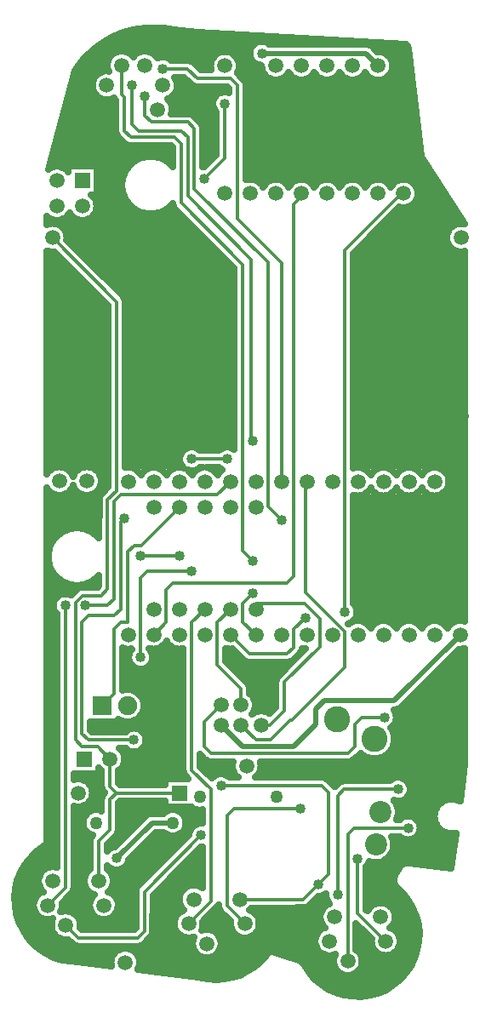
<source format=gbr>
G04 DipTrace 3.2.0.1*
G04 Top.gbr*
%MOIN*%
G04 #@! TF.FileFunction,Copper,L1,Top*
G04 #@! TF.Part,Single*
%AMOUTLINE0*
4,1,4,
-0.025131,0.033349,
0.033349,0.025131,
0.025131,-0.033349,
-0.033349,-0.025131,
-0.025131,0.033349,
0*%
G04 #@! TA.AperFunction,Conductor*
%ADD13C,0.012992*%
%ADD14C,0.02*%
G04 #@! TA.AperFunction,CopperBalancing*
%ADD15C,0.025*%
G04 #@! TA.AperFunction,ComponentPad*
%ADD18C,0.059055*%
%ADD19R,0.052X0.079*%
%ADD20C,0.102362*%
%ADD21C,0.086614*%
%ADD22C,0.090551*%
%ADD23R,0.059055X0.059055*%
%ADD24C,0.059055*%
%ADD25R,0.074803X0.074803*%
%ADD26C,0.074803*%
%ADD27C,0.05*%
%ADD28C,0.05*%
G04 #@! TA.AperFunction,ViaPad*
%ADD29C,0.04*%
G04 #@! TA.AperFunction,ComponentPad*
%ADD67OUTLINE0*%
%FSLAX26Y26*%
G04*
G70*
G90*
G75*
G01*
G04 Top*
%LPD*%
X583270Y3406000D2*
D13*
X834241Y3155029D1*
Y2415000D1*
X798729Y2379488D1*
Y2030961D1*
X772745Y2004977D1*
X701217D1*
X672745Y1976504D1*
Y1439000D1*
X698729Y1413016D1*
X759225D1*
X808241Y1364000D1*
X1316241Y815000D2*
X1565426D1*
X1623245Y872819D1*
X808241Y1364000D2*
Y1257984D1*
X834225Y1232000D1*
X808241Y1206016D1*
Y1088268D1*
X764241Y1044268D1*
Y887000D1*
X1258241Y3931083D2*
Y3716847D1*
X1178186Y3636792D1*
X834225Y1232000D2*
X1081241D1*
X1623245Y872819D2*
X1662733Y912307D1*
Y1234504D1*
X1636749Y1260488D1*
X1243217D1*
X2179241Y1851000D2*
D14*
X1920910Y1592669D1*
X1647910D1*
X1615241Y1560000D1*
Y1500008D1*
X1528233Y1413000D1*
X1327020D1*
X1242760Y1497260D1*
X1054241Y1115000D2*
X973721D1*
X834225Y975504D1*
X1858241Y4079000D2*
X1809225Y4128016D1*
X1402449D1*
X1279241Y1851000D2*
D13*
X1354241Y1776000D1*
X1502276D1*
X1528260Y1801984D1*
Y1872020D1*
X1573241Y1917000D1*
X1728256Y1939504D2*
Y3358016D1*
X1958241Y3588000D1*
Y3579000D1*
X979241Y1851000D2*
X1028256Y1900016D1*
Y2027024D1*
X1054241Y2053008D1*
X1502272D1*
X1528256Y2078992D1*
Y3537016D1*
X1558241Y3567000D1*
Y3579000D1*
X1079241Y2351000D2*
X929603Y2201362D1*
X902666D1*
X876682Y2175378D1*
Y1900016D1*
X850701D1*
X824717Y1874032D1*
Y1621477D1*
X776241Y1573000D1*
X1976166Y1094736D2*
X1765225D1*
X1739241Y1068752D1*
Y573000D1*
X1936678Y1246099D2*
X1725737D1*
X1699753Y1220114D1*
Y833292D1*
X1164241Y1066268D2*
X942764Y844792D1*
Y690303D1*
X916780Y664319D1*
X684922D1*
X635241Y714000D1*
X944241Y3958870D2*
Y3884795D1*
X970225Y3858811D1*
X1112713D1*
X1138697Y3832827D1*
Y3598563D1*
X1428256Y3309004D1*
Y2352973D1*
X1479241Y2301988D1*
X1179241Y1951000D2*
X1128256Y1900016D1*
Y1321292D1*
X1203729Y1245819D1*
Y807488D1*
X1116241Y720000D1*
X1554241Y1171177D2*
X1293209D1*
X1267225Y1145193D1*
Y789016D1*
X1336241Y720000D1*
X1128256Y2539504D2*
X1267745D1*
X928256Y1762500D2*
Y2074528D1*
X954241Y2100512D1*
X1128256D1*
X1778729Y975036D2*
Y760512D1*
X1888241Y651000D1*
X1015241Y4068000D2*
X1112379D1*
X1150568Y4029811D1*
X1281272D1*
X1307256Y4003827D1*
Y3479949D1*
X1479241Y3307965D1*
Y2451000D1*
X712233Y1965488D2*
X798729D1*
X824713Y1991473D1*
Y2374032D1*
X850697Y2400016D1*
X1228256D1*
X1279241Y2451000D1*
X633256Y1965488D2*
Y861016D1*
X564241Y792000D1*
X893729Y4003000D2*
Y3850795D1*
X919713Y3824811D1*
X1086729D1*
X1112713Y3798827D1*
Y3570528D1*
X1362241Y3321000D1*
Y2611000D1*
X1366241D1*
X1367745Y2013520D2*
X1328256Y1974032D1*
Y1901984D1*
X1379241Y1851000D1*
X1367745Y2140000D2*
X1328256Y2179488D1*
Y3300984D1*
X1086729Y3542512D1*
Y3772827D1*
X1060745Y3798811D1*
X890241D1*
X864256Y3824795D1*
Y3957803D1*
X854241Y3967819D1*
Y4081000D1*
X864201Y2306740D2*
X850697Y2293236D1*
Y1951986D1*
X824713Y1926000D1*
X724713D1*
X698729Y1900016D1*
Y1464984D1*
X724713Y1439000D1*
X902225D1*
X1079241Y2161874D2*
X928256D1*
X1883800Y1527433D2*
X1793327D1*
X1767343Y1501449D1*
Y1413000D1*
X1741359Y1387016D1*
X1203733D1*
X1177749Y1413000D1*
Y1510988D1*
X1242760Y1576000D1*
X1400241Y1497260D2*
X1435501D1*
X1491241Y1553000D1*
Y1667000D1*
X1629241Y1805000D1*
Y1915000D1*
X1569241Y1975000D1*
X1379241D1*
Y1951000D1*
X1279241D2*
X1228256Y1900016D1*
Y1732752D1*
X1321501Y1639508D1*
Y1576000D1*
X1579241Y2451000D2*
X1573241Y2457000D1*
Y2017000D1*
X1727241Y1863000D1*
Y1723000D1*
X1520068Y1515827D1*
X1514729D1*
X1437886Y1438984D1*
X1379776D1*
X1321501Y1497260D1*
D29*
X1573241Y1917000D3*
X1243217Y1260488D3*
X1623245Y872819D3*
X1178186Y3636792D3*
X1258241Y3931083D3*
X834225Y975504D3*
X1402449Y4128016D3*
X1728256Y1939504D3*
X1976166Y1094736D3*
X1699753Y833292D3*
X1936678Y1246099D3*
X1164241Y1066268D3*
X1479241Y2301988D3*
X944241Y3958870D3*
X1554241Y1171177D3*
X1267745Y2539504D3*
X1128256D3*
Y2100512D3*
X928256Y1762500D3*
X1778729Y975036D3*
X1015241Y4068000D3*
X712233Y1965488D3*
X633256D3*
X1366241Y2611000D3*
X893729Y4003000D3*
X1367745Y2013520D3*
Y2140000D3*
X902225Y1439000D3*
X864201Y2306740D3*
X1079241Y2161874D3*
X928256D3*
X1883800Y1527433D3*
X2079241Y3497000D3*
X1357241Y3995000D3*
X1161241Y3974000D3*
X2185241Y3315000D3*
X643241Y3210000D3*
X764241Y3367000D3*
X1081241Y1351000D3*
X1024241Y1522000D3*
X849915Y4203734D2*
D15*
X1252559D1*
X797631Y4178865D2*
X1688014D1*
X759594Y4153996D2*
X1361396D1*
X1837376D2*
X1972216D1*
X729846Y4129127D2*
X823061D1*
X885440D2*
X913059D1*
X975438D2*
X1230706D1*
X1285764D2*
X1353465D1*
X1885783D2*
X1976271D1*
X705301Y4104258D2*
X800777D1*
X1046847D2*
X1205730D1*
X1310739D2*
X1359960D1*
X1910759D2*
X1979178D1*
X684740Y4079390D2*
X795753D1*
X1150158D2*
X1199702D1*
X1316768D2*
X1399720D1*
X1916752D2*
X1982085D1*
X670135Y4054521D2*
X770742D1*
X1311134D2*
X1405354D1*
X1911154D2*
X1984991D1*
X663460Y4029652D2*
X743470D1*
X1067014D2*
X1101558D1*
X1330583D2*
X1429217D1*
X1487254D2*
X1529226D1*
X1587263D2*
X1629199D1*
X1687272D2*
X1729209D1*
X1787281D2*
X1829218D1*
X1887255D2*
X1987898D1*
X656822Y4004783D2*
X736724D1*
X1073724D2*
X1126570D1*
X1342748D2*
X1990804D1*
X650183Y3979915D2*
X741676D1*
X1068808D2*
X1271757D1*
X1342748D2*
X1993711D1*
X643545Y3955046D2*
X763781D1*
X1046704D2*
X1215885D1*
X1342748D2*
X1996618D1*
X636870Y3930177D2*
X828767D1*
X1049180D2*
X1209247D1*
X1342748D2*
X1999524D1*
X630232Y3905308D2*
X828767D1*
X1053701D2*
X1217034D1*
X1342748D2*
X2002431D1*
X623593Y3880440D2*
X828767D1*
X1140254D2*
X1222739D1*
X1342748D2*
X2005337D1*
X616955Y3855571D2*
X828767D1*
X1165085D2*
X1222739D1*
X1342748D2*
X2008244D1*
X610280Y3830702D2*
X828767D1*
X1174200D2*
X1222739D1*
X1342748D2*
X2011151D1*
X603641Y3805833D2*
X834759D1*
X1174200D2*
X1222739D1*
X1342748D2*
X2014057D1*
X597003Y3780965D2*
X858909D1*
X1174200D2*
X1222739D1*
X1342748D2*
X2016964D1*
X590364Y3756096D2*
X1051249D1*
X1174200D2*
X1222739D1*
X1342748D2*
X2019835D1*
X583690Y3731227D2*
X1051249D1*
X1174200D2*
X1222739D1*
X1342748D2*
X2022741D1*
X577051Y3706358D2*
X903226D1*
X1031237D2*
X1051249D1*
X1174200D2*
X1198589D1*
X1342748D2*
X2034942D1*
X624813Y3681489D2*
X641703D1*
X758769D2*
X876098D1*
X1342748D2*
X2050982D1*
X758769Y3656621D2*
X861314D1*
X1342748D2*
X2066987D1*
X758769Y3631752D2*
X853850D1*
X1379601D2*
X1436860D1*
X1479610D2*
X1536869D1*
X1579620D2*
X1636879D1*
X1679629D2*
X1736852D1*
X1779602D2*
X1836861D1*
X1879611D2*
X1936870D1*
X1979621D2*
X2083027D1*
X758769Y3606883D2*
X852235D1*
X2009333D2*
X2099067D1*
X758769Y3582014D2*
X856182D1*
X2016689D2*
X2115071D1*
X751736Y3557146D2*
X866373D1*
X2012347D2*
X2131112D1*
X758733Y3532277D2*
X885177D1*
X1991678D2*
X2147152D1*
X753996Y3507408D2*
X922963D1*
X1011537D2*
X1072672D1*
X1926799D2*
X2163156D1*
X632528Y3482539D2*
X667970D1*
X732502D2*
X1097539D1*
X1901931D2*
X2179196D1*
X607445Y3457671D2*
X1122407D1*
X1877064D2*
X2159245D1*
X634968Y3432802D2*
X1147275D1*
X1852196D2*
X2131614D1*
X641750Y3407933D2*
X1172143D1*
X1827328D2*
X2124760D1*
X655386Y3383064D2*
X1197010D1*
X1802460D2*
X2129640D1*
X680254Y3358195D2*
X1221878D1*
X1777593D2*
X2151458D1*
X563236Y3333327D2*
X606787D1*
X705122D2*
X1246746D1*
X1763741D2*
X2196241D1*
X563236Y3308458D2*
X631655D1*
X729990D2*
X1271614D1*
X1763741D2*
X2196241D1*
X563236Y3283589D2*
X656523D1*
X754857D2*
X1292749D1*
X1763741D2*
X2196241D1*
X563236Y3258720D2*
X681390D1*
X779725D2*
X1292749D1*
X1763741D2*
X2196241D1*
X563236Y3233852D2*
X706258D1*
X804593D2*
X1292749D1*
X1763741D2*
X2196241D1*
X563236Y3208983D2*
X731126D1*
X829461D2*
X1292749D1*
X1763741D2*
X2196241D1*
X563236Y3184114D2*
X755994D1*
X854328D2*
X1292749D1*
X1763741D2*
X2196241D1*
X563236Y3159245D2*
X780861D1*
X869472D2*
X1292749D1*
X1763741D2*
X2196241D1*
X563236Y3134377D2*
X798732D1*
X869723D2*
X1292749D1*
X1763741D2*
X2196241D1*
X563236Y3109508D2*
X798732D1*
X869723D2*
X1292749D1*
X1763741D2*
X2196241D1*
X563236Y3084639D2*
X798732D1*
X869723D2*
X1292749D1*
X1763741D2*
X2196241D1*
X563236Y3059770D2*
X798732D1*
X869723D2*
X1292749D1*
X1763741D2*
X2196241D1*
X563236Y3034902D2*
X798732D1*
X869723D2*
X1292749D1*
X1763741D2*
X2196241D1*
X563236Y3010033D2*
X798732D1*
X869723D2*
X1292749D1*
X1763741D2*
X2196241D1*
X563236Y2985164D2*
X798732D1*
X869723D2*
X1292749D1*
X1763741D2*
X2196241D1*
X563236Y2960295D2*
X798732D1*
X869723D2*
X1292749D1*
X1763741D2*
X2196241D1*
X563236Y2935426D2*
X798732D1*
X869723D2*
X1292749D1*
X1763741D2*
X2196241D1*
X563236Y2910558D2*
X798732D1*
X869723D2*
X1292749D1*
X1763741D2*
X2196241D1*
X563236Y2885689D2*
X798732D1*
X869723D2*
X1292749D1*
X1763741D2*
X2196241D1*
X563236Y2860820D2*
X798732D1*
X869723D2*
X1292749D1*
X1763741D2*
X2196241D1*
X563236Y2835951D2*
X798732D1*
X869723D2*
X1292749D1*
X1763741D2*
X2196241D1*
X563236Y2811083D2*
X798732D1*
X869723D2*
X1292749D1*
X1763741D2*
X2196241D1*
X563236Y2786214D2*
X798732D1*
X869723D2*
X1292749D1*
X1763741D2*
X2196241D1*
X563236Y2761345D2*
X798732D1*
X869723D2*
X1292749D1*
X1763741D2*
X2196241D1*
X563236Y2736476D2*
X798732D1*
X869723D2*
X1292749D1*
X1763741D2*
X2196241D1*
X563236Y2711608D2*
X798732D1*
X869723D2*
X1292749D1*
X1763741D2*
X2196241D1*
X563236Y2686739D2*
X798732D1*
X869723D2*
X1292749D1*
X1763741D2*
X2196241D1*
X563236Y2661870D2*
X798732D1*
X869723D2*
X1292749D1*
X1763741D2*
X2196241D1*
X563236Y2637001D2*
X798732D1*
X869723D2*
X1292749D1*
X1763741D2*
X2196241D1*
X563236Y2612132D2*
X798732D1*
X869723D2*
X1292749D1*
X1763741D2*
X2196241D1*
X563236Y2587264D2*
X798732D1*
X869723D2*
X1292749D1*
X1763741D2*
X2196241D1*
X563236Y2562395D2*
X798732D1*
X869723D2*
X1085267D1*
X1763741D2*
X2196241D1*
X563236Y2537526D2*
X798732D1*
X869723D2*
X1079310D1*
X1763741D2*
X2196241D1*
X563236Y2512657D2*
X798732D1*
X869723D2*
X1087779D1*
X1763741D2*
X2196241D1*
X656642Y2487789D2*
X670805D1*
X763649D2*
X798732D1*
X2123983D2*
X2196241D1*
X774881Y2462920D2*
X798732D1*
X2136470D2*
X2196241D1*
X773733Y2438051D2*
X798732D1*
X2136255D2*
X2196241D1*
X652157Y2413182D2*
X675326D1*
X759164D2*
X783266D1*
X2123086D2*
X2196241D1*
X563236Y2388314D2*
X764426D1*
X1763741D2*
X2196241D1*
X563236Y2363445D2*
X763242D1*
X1763741D2*
X2196241D1*
X563236Y2338576D2*
X763242D1*
X1763741D2*
X2196241D1*
X563236Y2313707D2*
X763242D1*
X1763741D2*
X2196241D1*
X563236Y2288839D2*
X763242D1*
X1763741D2*
X2196241D1*
X563236Y2263970D2*
X641487D1*
X717000D2*
X763242D1*
X1763741D2*
X2196241D1*
X563236Y2239101D2*
X599646D1*
X1763741D2*
X2196241D1*
X563236Y2214232D2*
X579731D1*
X1763741D2*
X2196241D1*
X1763741Y2189363D2*
X2196241D1*
X1763741Y2164495D2*
X2196241D1*
X1763741Y2139626D2*
X2196241D1*
X1763741Y2114757D2*
X2196241D1*
X563236Y2089888D2*
X586297D1*
X1763741D2*
X2196241D1*
X563236Y2065020D2*
X611739D1*
X746748D2*
X763242D1*
X1763741D2*
X2196241D1*
X563236Y2040151D2*
X758757D1*
X1763741D2*
X2196241D1*
X563236Y2015282D2*
X662372D1*
X1763741D2*
X2196241D1*
X563236Y1990413D2*
X591501D1*
X1763741D2*
X2196241D1*
X563236Y1965545D2*
X584252D1*
X1769268D2*
X2196241D1*
X563236Y1940676D2*
X591429D1*
X1777234D2*
X2196241D1*
X563236Y1915807D2*
X597744D1*
X1770775D2*
X2196241D1*
X563236Y1890938D2*
X597744D1*
X1821048D2*
X1837435D1*
X1921022D2*
X1937445D1*
X2021031D2*
X2037454D1*
X2121040D2*
X2137463D1*
X563236Y1866069D2*
X597744D1*
X563236Y1841201D2*
X597744D1*
X563236Y1816332D2*
X597744D1*
X563236Y1791463D2*
X597744D1*
X860213D2*
X889375D1*
X967148D2*
X1092767D1*
X1263767D2*
X1289627D1*
X2173826D2*
X2196241D1*
X563236Y1766594D2*
X597744D1*
X860213D2*
X879435D1*
X977088D2*
X1092767D1*
X1263767D2*
X1314495D1*
X2148958D2*
X2196241D1*
X563236Y1741726D2*
X597744D1*
X860213D2*
X884172D1*
X972351D2*
X1092767D1*
X1268432D2*
X1516810D1*
X2124090D2*
X2196241D1*
X563236Y1716857D2*
X597744D1*
X860213D2*
X916862D1*
X939625D2*
X1092767D1*
X1293300D2*
X1491942D1*
X2099223D2*
X2196241D1*
X563236Y1691988D2*
X597744D1*
X860213D2*
X1092767D1*
X1318167D2*
X1467075D1*
X2074355D2*
X2196241D1*
X563236Y1667119D2*
X597744D1*
X860213D2*
X1092767D1*
X1343035D2*
X1455735D1*
X2049487D2*
X2196241D1*
X563236Y1642251D2*
X597744D1*
X860213D2*
X1092767D1*
X1356886D2*
X1455735D1*
X2024619D2*
X2196241D1*
X563236Y1617382D2*
X597744D1*
X924733D2*
X1092767D1*
X1361767D2*
X1455735D1*
X1999752D2*
X2196241D1*
X563236Y1592513D2*
X597744D1*
X939589D2*
X1092767D1*
X1377556D2*
X1455735D1*
X1974884D2*
X2196241D1*
X563236Y1567644D2*
X597744D1*
X942424D2*
X1092767D1*
X1379386D2*
X1455735D1*
X1950016D2*
X2196241D1*
X563236Y1542776D2*
X597744D1*
X935032D2*
X1092767D1*
X1930208D2*
X2196241D1*
X563236Y1517907D2*
X597744D1*
X911133D2*
X1092767D1*
X1931823D2*
X2196241D1*
X563236Y1493038D2*
X597744D1*
X734224D2*
X1092767D1*
X1917577D2*
X2196241D1*
X563236Y1468169D2*
X597744D1*
X940953D2*
X1092767D1*
X1920376D2*
X2196241D1*
X563236Y1443300D2*
X597744D1*
X951036D2*
X1092767D1*
X1924502D2*
X2196241D1*
X563236Y1418432D2*
X597744D1*
X946443D2*
X1092767D1*
X1920412D2*
X2196241D1*
X563236Y1393563D2*
X597744D1*
X858347D2*
X889842D1*
X914614D2*
X1092767D1*
X1906525D2*
X2196241D1*
X563236Y1368694D2*
X597744D1*
X866565D2*
X1092767D1*
X1772210D2*
X1820032D1*
X1868595D2*
X2196241D1*
X563236Y1343825D2*
X597744D1*
X863012D2*
X1092767D1*
X1163758D2*
X1285034D1*
X1401455D2*
X2196241D1*
X563236Y1318957D2*
X597744D1*
X844066D2*
X1092838D1*
X1179762D2*
X1288048D1*
X1398440D2*
X2192940D1*
X563236Y1294088D2*
X597744D1*
X668735D2*
X772752D1*
X843743D2*
X1106295D1*
X1277869D2*
X1305955D1*
X1380534D2*
X2189639D1*
X563236Y1269219D2*
X597744D1*
X727980D2*
X772752D1*
X846183D2*
X1022721D1*
X1677189D2*
X1699676D1*
X1979513D2*
X2186301D1*
X563236Y1244350D2*
X597744D1*
X740755D2*
X775694D1*
X1985649D2*
X2183000D1*
X563236Y1219482D2*
X597744D1*
X740719D2*
X775622D1*
X1977324D2*
X2179663D1*
X563236Y1194613D2*
X597744D1*
X727837D2*
X772752D1*
X846003D2*
X1022721D1*
X1928342D2*
X2103552D1*
X563236Y1169744D2*
X597744D1*
X668735D2*
X772752D1*
X843743D2*
X1134105D1*
X1937816D2*
X2082811D1*
X563236Y1144875D2*
X597744D1*
X668735D2*
X709775D1*
X843743D2*
X950235D1*
X1098700D2*
X1168231D1*
X1937636D2*
X2076137D1*
X563236Y1120007D2*
X597744D1*
X668735D2*
X700481D1*
X843743D2*
X924613D1*
X1107994D2*
X1168231D1*
X2017694D2*
X2078972D1*
X563236Y1095138D2*
X597744D1*
X668735D2*
X704213D1*
X843743D2*
X899746D1*
X1104262D2*
X1125278D1*
X2025158D2*
X2092967D1*
X563236Y1070269D2*
X597744D1*
X668735D2*
X726210D1*
X838396D2*
X874878D1*
X983117D2*
X1026202D1*
X1082265D2*
X1115410D1*
X2018196D2*
X2159783D1*
X563236Y1045400D2*
X597744D1*
X668735D2*
X728758D1*
X814533D2*
X850010D1*
X958249D2*
X1094202D1*
X1919586D2*
X2156482D1*
X546980Y1020531D2*
X597744D1*
X668735D2*
X728758D1*
X799749D2*
X820119D1*
X933381D2*
X1069334D1*
X1921022D2*
X2153144D1*
X515941Y995663D2*
X597744D1*
X668735D2*
X728758D1*
X908514D2*
X1044467D1*
X1142801D2*
X1168231D1*
X1913055D2*
X2149843D1*
X492616Y970794D2*
X597744D1*
X668735D2*
X728758D1*
X883646D2*
X1019599D1*
X1117934D2*
X1168231D1*
X1890269D2*
X2146506D1*
X474638Y945925D2*
X597744D1*
X668735D2*
X728758D1*
X872593D2*
X994731D1*
X1093066D2*
X1168231D1*
X1817496D2*
X1943509D1*
X2075431D2*
X2143205D1*
X460894Y921056D2*
X537244D1*
X668735D2*
X717239D1*
X811231D2*
X969863D1*
X1068198D2*
X1168231D1*
X1814230D2*
X1928115D1*
X451026Y896188D2*
X526478D1*
X668735D2*
X706473D1*
X821997D2*
X944996D1*
X1043330D2*
X1168231D1*
X1814230D2*
X1917708D1*
X443993Y871319D2*
X527950D1*
X668735D2*
X707945D1*
X820526D2*
X920128D1*
X1018463D2*
X1168231D1*
X1814230D2*
X1922373D1*
X439471Y846450D2*
X543093D1*
X665362D2*
X723088D1*
X805418D2*
X907317D1*
X993595D2*
X1087384D1*
X1814230D2*
X1945483D1*
X437282Y821581D2*
X514170D1*
X642971D2*
X734176D1*
X834305D2*
X907281D1*
X978272D2*
X1078090D1*
X1621173D2*
X1652237D1*
X1814230D2*
X1967300D1*
X438179Y796713D2*
X505917D1*
X622552D2*
X725923D1*
X842558D2*
X907281D1*
X978272D2*
X1080781D1*
X1596306D2*
X1661926D1*
X1814230D2*
X1841921D1*
X1894575D2*
X1983915D1*
X441660Y771844D2*
X509469D1*
X619000D2*
X729475D1*
X839006D2*
X907281D1*
X978272D2*
X1092480D1*
X1217261D2*
X1236555D1*
X1359972D2*
X1636017D1*
X1920448D2*
X1996653D1*
X447509Y746975D2*
X528380D1*
X683053D2*
X748386D1*
X820095D2*
X907281D1*
X978272D2*
X1064634D1*
X1192393D2*
X1260095D1*
X1387854D2*
X1629738D1*
X1926763D2*
X2006235D1*
X456050Y722106D2*
X577290D1*
X693173D2*
X907281D1*
X978272D2*
X1057744D1*
X1174738D2*
X1277750D1*
X1394744D2*
X1635049D1*
X1921416D2*
X2012299D1*
X467820Y697237D2*
X579264D1*
X978272D2*
X1062552D1*
X1199104D2*
X1282558D1*
X1389936D2*
X1634116D1*
X1774722D2*
X1792831D1*
X1922385D2*
X2015600D1*
X483824Y672369D2*
X595232D1*
X972962D2*
X1084226D1*
X1236818D2*
X1304232D1*
X1368226D2*
X1613949D1*
X1774722D2*
X1817699D1*
X1942516D2*
X2016641D1*
X504493Y647500D2*
X652575D1*
X949134D2*
X1128974D1*
X1245502D2*
X1609822D1*
X1774722D2*
X1829828D1*
X1946643D2*
X2015421D1*
X531586Y622631D2*
X852953D1*
X883251D2*
X1132168D1*
X1242308D2*
X1617429D1*
X1774722D2*
X1837435D1*
X1939071D2*
X2010864D1*
X571525Y597762D2*
X818109D1*
X918095D2*
X1150361D1*
X1224115D2*
X1421071D1*
X1487971D2*
X1648290D1*
X1791982D2*
X1868296D1*
X1908211D2*
X2003615D1*
X651296Y572894D2*
X809784D1*
X926420D2*
X1397711D1*
X1560816D2*
X1680729D1*
X1797760D2*
X1993532D1*
X922939Y548025D2*
X1368034D1*
X1577179D2*
X1686578D1*
X1791910D2*
X1980147D1*
X1051763Y523156D2*
X1323717D1*
X1594978D2*
X1711159D1*
X1767330D2*
X1962492D1*
X1618518Y498287D2*
X1938988D1*
X1650957Y473419D2*
X1906297D1*
X1701303Y448550D2*
X1856705D1*
X823900Y3954885D2*
X816682Y3951237D1*
X808320Y3948521D1*
X799637Y3947145D1*
X790845D1*
X782161Y3948521D1*
X773800Y3951237D1*
X765966Y3955229D1*
X758854Y3960396D1*
X752637Y3966613D1*
X747469Y3973726D1*
X743478Y3981559D1*
X740761Y3989921D1*
X739386Y3998604D1*
Y4007396D1*
X740761Y4016080D1*
X743478Y4024441D1*
X747469Y4032274D1*
X752637Y4039387D1*
X758854Y4045604D1*
X765966Y4050772D1*
X773800Y4054763D1*
X782161Y4057480D1*
X790845Y4058855D1*
X799637D1*
X802930Y4058465D1*
X800955Y4063687D1*
X798903Y4072236D1*
X798213Y4081000D1*
X798903Y4089765D1*
X800955Y4098314D1*
X804320Y4106436D1*
X808913Y4113932D1*
X814623Y4120618D1*
X821309Y4126327D1*
X828805Y4130921D1*
X836927Y4134286D1*
X845476Y4136338D1*
X854241Y4137028D1*
X863005Y4136338D1*
X871554Y4134286D1*
X879677Y4130921D1*
X887173Y4126327D1*
X893858Y4120618D1*
X899238Y4114351D1*
X904623Y4120618D1*
X911309Y4126327D1*
X918805Y4130921D1*
X926927Y4134286D1*
X935476Y4136338D1*
X944241Y4137028D1*
X953005Y4136338D1*
X961554Y4134286D1*
X969677Y4130921D1*
X977173Y4126327D1*
X983858Y4120618D1*
X989568Y4113932D1*
X992860Y4108760D1*
X997446Y4110961D1*
X1004386Y4113215D1*
X1011592Y4114357D1*
X1018889D1*
X1026096Y4113215D1*
X1033036Y4110961D1*
X1039537Y4107648D1*
X1045440Y4103359D1*
X1048006Y4100987D1*
X1114967Y4100895D1*
X1120081Y4100085D1*
X1125006Y4098485D1*
X1129619Y4096134D1*
X1133808Y4093091D1*
X1164256Y4062786D1*
X1204573Y4062807D1*
X1202903Y4070236D1*
X1202213Y4079000D1*
X1202903Y4087765D1*
X1204955Y4096314D1*
X1208320Y4104436D1*
X1212913Y4111932D1*
X1218623Y4118618D1*
X1225309Y4124327D1*
X1232805Y4128921D1*
X1240927Y4132286D1*
X1249476Y4134338D1*
X1258241Y4135028D1*
X1267005Y4134338D1*
X1275554Y4132286D1*
X1283677Y4128921D1*
X1291173Y4124327D1*
X1297858Y4118618D1*
X1303568Y4111932D1*
X1308162Y4104436D1*
X1311526Y4096314D1*
X1313579Y4087765D1*
X1314268Y4079000D1*
X1313579Y4070236D1*
X1311526Y4061687D1*
X1308162Y4053564D1*
X1306726Y4051000D1*
X1332347Y4025256D1*
X1335390Y4021067D1*
X1337741Y4016454D1*
X1339341Y4011530D1*
X1340151Y4006416D1*
X1340253Y3939522D1*
Y3632031D1*
X1345161Y3633480D1*
X1353845Y3634855D1*
X1362637D1*
X1371320Y3633480D1*
X1379682Y3630763D1*
X1387515Y3626772D1*
X1394628Y3621604D1*
X1400844Y3615387D1*
X1406012Y3608274D1*
X1408320Y3604436D1*
X1412913Y3611932D1*
X1418623Y3618618D1*
X1425309Y3624327D1*
X1432805Y3628921D1*
X1440927Y3632286D1*
X1449476Y3634338D1*
X1458241Y3635028D1*
X1467005Y3634338D1*
X1475554Y3632286D1*
X1483677Y3628921D1*
X1491173Y3624327D1*
X1497858Y3618618D1*
X1503568Y3611932D1*
X1508241Y3604264D1*
X1512913Y3611932D1*
X1518623Y3618618D1*
X1525309Y3624327D1*
X1532805Y3628921D1*
X1540927Y3632286D1*
X1549476Y3634338D1*
X1558241Y3635028D1*
X1567005Y3634338D1*
X1575554Y3632286D1*
X1583677Y3628921D1*
X1591173Y3624327D1*
X1597858Y3618618D1*
X1603568Y3611932D1*
X1608241Y3604264D1*
X1612913Y3611932D1*
X1618623Y3618618D1*
X1625309Y3624327D1*
X1632805Y3628921D1*
X1640927Y3632286D1*
X1649476Y3634338D1*
X1658241Y3635028D1*
X1667005Y3634338D1*
X1675554Y3632286D1*
X1683677Y3628921D1*
X1691173Y3624327D1*
X1697858Y3618618D1*
X1703568Y3611932D1*
X1708241Y3604264D1*
X1712913Y3611932D1*
X1718623Y3618618D1*
X1725309Y3624327D1*
X1732805Y3628921D1*
X1740927Y3632286D1*
X1749476Y3634338D1*
X1758241Y3635028D1*
X1767005Y3634338D1*
X1775554Y3632286D1*
X1783677Y3628921D1*
X1791173Y3624327D1*
X1797858Y3618618D1*
X1803568Y3611932D1*
X1808241Y3604264D1*
X1812913Y3611932D1*
X1818623Y3618618D1*
X1825309Y3624327D1*
X1832805Y3628921D1*
X1840927Y3632286D1*
X1849476Y3634338D1*
X1858241Y3635028D1*
X1867005Y3634338D1*
X1875554Y3632286D1*
X1883677Y3628921D1*
X1891173Y3624327D1*
X1897858Y3618618D1*
X1903568Y3611932D1*
X1908241Y3604264D1*
X1912913Y3611932D1*
X1918623Y3618618D1*
X1925309Y3624327D1*
X1932805Y3628921D1*
X1940927Y3632286D1*
X1949476Y3634338D1*
X1958241Y3635028D1*
X1967005Y3634338D1*
X1975554Y3632286D1*
X1983677Y3628921D1*
X1991173Y3624327D1*
X1997858Y3618618D1*
X2003568Y3611932D1*
X2008162Y3604436D1*
X2011526Y3596314D1*
X2013579Y3587765D1*
X2014268Y3579000D1*
X2013579Y3570236D1*
X2011526Y3561687D1*
X2008162Y3553564D1*
X2003568Y3546068D1*
X1997858Y3539383D1*
X1991173Y3533673D1*
X1983677Y3529079D1*
X1975554Y3525715D1*
X1967005Y3523662D1*
X1958241Y3522973D1*
X1949476Y3523662D1*
X1942234Y3525346D1*
X1761250Y3344346D1*
X1761253Y2504080D1*
X1770476Y2506338D1*
X1779241Y2507028D1*
X1788005Y2506338D1*
X1796554Y2504286D1*
X1804677Y2500921D1*
X1812173Y2496327D1*
X1818858Y2490618D1*
X1824568Y2483932D1*
X1829241Y2476264D1*
X1833913Y2483932D1*
X1839623Y2490618D1*
X1846309Y2496327D1*
X1853805Y2500921D1*
X1861927Y2504286D1*
X1870476Y2506338D1*
X1879241Y2507028D1*
X1888005Y2506338D1*
X1896554Y2504286D1*
X1904677Y2500921D1*
X1912173Y2496327D1*
X1918858Y2490618D1*
X1924568Y2483932D1*
X1929241Y2476264D1*
X1933913Y2483932D1*
X1939623Y2490618D1*
X1946309Y2496327D1*
X1953805Y2500921D1*
X1961927Y2504286D1*
X1970476Y2506338D1*
X1979241Y2507028D1*
X1988005Y2506338D1*
X1996554Y2504286D1*
X2004677Y2500921D1*
X2012173Y2496327D1*
X2018858Y2490618D1*
X2024568Y2483932D1*
X2029241Y2476264D1*
X2033913Y2483932D1*
X2039623Y2490618D1*
X2046309Y2496327D1*
X2053805Y2500921D1*
X2061927Y2504286D1*
X2070476Y2506338D1*
X2079241Y2507028D1*
X2088005Y2506338D1*
X2096554Y2504286D1*
X2104677Y2500921D1*
X2112173Y2496327D1*
X2118858Y2490618D1*
X2124568Y2483932D1*
X2129162Y2476436D1*
X2132526Y2468314D1*
X2134579Y2459765D1*
X2135268Y2451000D1*
X2134579Y2442236D1*
X2132526Y2433687D1*
X2129162Y2425564D1*
X2124568Y2418068D1*
X2118858Y2411383D1*
X2112173Y2405673D1*
X2104677Y2401079D1*
X2096554Y2397715D1*
X2088005Y2395662D1*
X2079241Y2394973D1*
X2070476Y2395662D1*
X2061927Y2397715D1*
X2053805Y2401079D1*
X2046309Y2405673D1*
X2039623Y2411383D1*
X2033913Y2418068D1*
X2029241Y2425736D1*
X2024568Y2418068D1*
X2018858Y2411383D1*
X2012173Y2405673D1*
X2004677Y2401079D1*
X1996554Y2397715D1*
X1988005Y2395662D1*
X1979241Y2394973D1*
X1970476Y2395662D1*
X1961927Y2397715D1*
X1953805Y2401079D1*
X1946309Y2405673D1*
X1939623Y2411383D1*
X1933913Y2418068D1*
X1929241Y2425736D1*
X1924568Y2418068D1*
X1918858Y2411383D1*
X1912173Y2405673D1*
X1904677Y2401079D1*
X1896554Y2397715D1*
X1888005Y2395662D1*
X1879241Y2394973D1*
X1870476Y2395662D1*
X1861927Y2397715D1*
X1853805Y2401079D1*
X1846309Y2405673D1*
X1839623Y2411383D1*
X1833913Y2418068D1*
X1829241Y2425736D1*
X1824568Y2418068D1*
X1818858Y2411383D1*
X1812173Y2405673D1*
X1804677Y2401079D1*
X1796554Y2397715D1*
X1788005Y2395662D1*
X1779241Y2394973D1*
X1770476Y2395662D1*
X1761927Y2397715D1*
X1761266Y2397959D1*
X1761253Y1972276D1*
X1765876Y1966836D1*
X1769688Y1960615D1*
X1772481Y1953873D1*
X1774184Y1946778D1*
X1774756Y1939504D1*
X1774184Y1932230D1*
X1772481Y1925135D1*
X1769688Y1918394D1*
X1765876Y1912172D1*
X1761137Y1906624D1*
X1755102Y1901560D1*
X1761927Y1904286D1*
X1770476Y1906338D1*
X1779241Y1907028D1*
X1788005Y1906338D1*
X1796554Y1904286D1*
X1804677Y1900921D1*
X1812173Y1896327D1*
X1818858Y1890618D1*
X1824568Y1883932D1*
X1829241Y1876264D1*
X1833913Y1883932D1*
X1839623Y1890618D1*
X1846309Y1896327D1*
X1853805Y1900921D1*
X1861927Y1904286D1*
X1870476Y1906338D1*
X1879241Y1907028D1*
X1888005Y1906338D1*
X1896554Y1904286D1*
X1904677Y1900921D1*
X1912173Y1896327D1*
X1918858Y1890618D1*
X1924568Y1883932D1*
X1929241Y1876264D1*
X1933913Y1883932D1*
X1939623Y1890618D1*
X1946309Y1896327D1*
X1953805Y1900921D1*
X1961927Y1904286D1*
X1970476Y1906338D1*
X1979241Y1907028D1*
X1988005Y1906338D1*
X1996554Y1904286D1*
X2004677Y1900921D1*
X2012173Y1896327D1*
X2018858Y1890618D1*
X2024568Y1883932D1*
X2029241Y1876264D1*
X2033913Y1883932D1*
X2039623Y1890618D1*
X2046309Y1896327D1*
X2053805Y1900921D1*
X2061927Y1904286D1*
X2070476Y1906338D1*
X2079241Y1907028D1*
X2088005Y1906338D1*
X2096554Y1904286D1*
X2104677Y1900921D1*
X2112173Y1896327D1*
X2118858Y1890618D1*
X2124568Y1883932D1*
X2129241Y1876264D1*
X2133913Y1883932D1*
X2139623Y1890618D1*
X2146309Y1896327D1*
X2153805Y1900921D1*
X2161927Y1904286D1*
X2170476Y1906338D1*
X2179241Y1907028D1*
X2188005Y1906338D1*
X2196554Y1904286D1*
X2198731Y1903483D1*
X2198741Y3352108D1*
X2192034Y3350599D1*
X2183270Y3349910D1*
X2174505Y3350599D1*
X2165956Y3352652D1*
X2157834Y3356016D1*
X2150337Y3360610D1*
X2143652Y3366320D1*
X2137942Y3373005D1*
X2133349Y3380501D1*
X2129984Y3388624D1*
X2127932Y3397173D1*
X2127242Y3405937D1*
X2127932Y3414702D1*
X2129984Y3423251D1*
X2133349Y3431373D1*
X2137942Y3438869D1*
X2143652Y3445555D1*
X2150337Y3451264D1*
X2157834Y3455858D1*
X2165956Y3459223D1*
X2174505Y3461275D1*
X2183270Y3461965D1*
X2192034Y3461275D1*
X2195757Y3460710D1*
X2026747Y3723252D1*
X2025885Y3726065D1*
X1976621Y4146552D1*
X1975530Y4151740D1*
X1973908Y4155481D1*
X1971619Y4158857D1*
X1968742Y4161747D1*
X1967052Y4163072D1*
X1152062Y4209616D1*
X1057962Y4220842D1*
X1021152Y4226500D1*
X986757Y4228589D1*
X952289Y4227509D1*
X918066Y4223266D1*
X884378Y4215895D1*
X851510Y4205459D1*
X819741Y4192046D1*
X789339Y4175770D1*
X760561Y4156768D1*
X733652Y4135202D1*
X708840Y4111254D1*
X686333Y4085126D1*
X669481Y4061474D1*
X566005Y3674374D1*
X570966Y3677772D1*
X578800Y3681763D1*
X587161Y3684480D1*
X595845Y3685855D1*
X604637D1*
X613320Y3684480D1*
X621682Y3681763D1*
X629515Y3677772D1*
X636628Y3672604D1*
X642844Y3666387D1*
X644217Y3664646D1*
X644213Y3686028D1*
X756268D1*
Y3573973D1*
X734989D1*
X739858Y3569618D1*
X745568Y3562932D1*
X750162Y3555436D1*
X753526Y3547314D1*
X755579Y3538765D1*
X756268Y3530000D1*
X755579Y3521236D1*
X753526Y3512687D1*
X750162Y3504564D1*
X745568Y3497068D1*
X739858Y3490383D1*
X733173Y3484673D1*
X725677Y3480079D1*
X717554Y3476715D1*
X709005Y3474662D1*
X700241Y3473973D1*
X691476Y3474662D1*
X682927Y3476715D1*
X674805Y3480079D1*
X667309Y3484673D1*
X660623Y3490383D1*
X654913Y3497068D1*
X650241Y3504736D1*
X645568Y3497068D1*
X639858Y3490383D1*
X633173Y3484673D1*
X625677Y3480079D1*
X617554Y3476715D1*
X609005Y3474662D1*
X600241Y3473973D1*
X591476Y3474662D1*
X582927Y3476715D1*
X574805Y3480079D1*
X567309Y3484673D1*
X560737Y3490278D1*
X560741Y3457273D1*
X565956Y3459286D1*
X574505Y3461338D1*
X583270Y3462028D1*
X592034Y3461338D1*
X600583Y3459286D1*
X608706Y3455921D1*
X616202Y3451327D1*
X622887Y3445618D1*
X628597Y3438932D1*
X633191Y3431436D1*
X636555Y3423314D1*
X638607Y3414765D1*
X639297Y3406000D1*
X638617Y3397321D1*
X859331Y3176458D1*
X862375Y3172269D1*
X864725Y3167656D1*
X866325Y3162732D1*
X867135Y3157618D1*
X867237Y3090725D1*
Y2505705D1*
X874845Y2506855D1*
X883637D1*
X892320Y2505480D1*
X900682Y2502763D1*
X908515Y2498772D1*
X915628Y2493604D1*
X921844Y2487387D1*
X927012Y2480274D1*
X929320Y2476436D1*
X933913Y2483932D1*
X939623Y2490618D1*
X946309Y2496327D1*
X953805Y2500921D1*
X961927Y2504286D1*
X970476Y2506338D1*
X979241Y2507028D1*
X988005Y2506338D1*
X996554Y2504286D1*
X1004677Y2500921D1*
X1012173Y2496327D1*
X1018858Y2490618D1*
X1024568Y2483932D1*
X1029241Y2476264D1*
X1033913Y2483932D1*
X1039623Y2490618D1*
X1046309Y2496327D1*
X1053805Y2500921D1*
X1061927Y2504286D1*
X1070476Y2506338D1*
X1079241Y2507028D1*
X1088005Y2506338D1*
X1096554Y2504286D1*
X1098956Y2503399D1*
X1095376Y2506624D1*
X1090637Y2512172D1*
X1086825Y2518394D1*
X1084032Y2525135D1*
X1082329Y2532230D1*
X1081756Y2539504D1*
X1082329Y2546778D1*
X1084032Y2553873D1*
X1086825Y2560615D1*
X1090637Y2566836D1*
X1095376Y2572385D1*
X1100924Y2577123D1*
X1107146Y2580936D1*
X1113887Y2583728D1*
X1120982Y2585432D1*
X1128256Y2586004D1*
X1135531Y2585432D1*
X1142626Y2583728D1*
X1149367Y2580936D1*
X1155589Y2577123D1*
X1161022Y2572491D1*
X1235012Y2572500D1*
X1240413Y2577123D1*
X1246634Y2580936D1*
X1253375Y2583728D1*
X1260470Y2585432D1*
X1267745Y2586004D1*
X1275019Y2585432D1*
X1282114Y2583728D1*
X1288855Y2580936D1*
X1295267Y2576973D1*
X1295260Y3287341D1*
X1061639Y3521083D1*
X1058595Y3525272D1*
X1056245Y3529885D1*
X1054645Y3534809D1*
X1053834Y3539933D1*
X1046883Y3532358D1*
X1040389Y3526355D1*
X1033444Y3520880D1*
X1026090Y3515966D1*
X1018374Y3511645D1*
X1010343Y3507942D1*
X1002046Y3504882D1*
X993534Y3502481D1*
X984860Y3500756D1*
X976078Y3499716D1*
X967241Y3499369D1*
X958404Y3499716D1*
X949621Y3500756D1*
X940948Y3502481D1*
X932436Y3504882D1*
X924139Y3507942D1*
X916107Y3511645D1*
X908391Y3515966D1*
X901038Y3520880D1*
X894093Y3526355D1*
X887598Y3532358D1*
X881595Y3538852D1*
X876120Y3545797D1*
X871207Y3553151D1*
X866886Y3560867D1*
X863183Y3568898D1*
X860122Y3577195D1*
X857722Y3585707D1*
X855996Y3594381D1*
X854957Y3603163D1*
X854610Y3612000D1*
X854957Y3620837D1*
X855996Y3629620D1*
X857722Y3638293D1*
X860122Y3646805D1*
X863183Y3655102D1*
X866886Y3663134D1*
X871207Y3670850D1*
X876120Y3678203D1*
X881595Y3685148D1*
X887598Y3691642D1*
X894093Y3697646D1*
X901038Y3703121D1*
X908391Y3708034D1*
X916107Y3712355D1*
X924139Y3716058D1*
X932436Y3719119D1*
X940948Y3721519D1*
X949621Y3723245D1*
X958404Y3724284D1*
X967241Y3724631D1*
X976078Y3724284D1*
X984860Y3723245D1*
X993534Y3721519D1*
X1002046Y3719119D1*
X1010343Y3716058D1*
X1018374Y3712355D1*
X1026090Y3708034D1*
X1033444Y3703121D1*
X1040389Y3697646D1*
X1046883Y3691642D1*
X1053720Y3684090D1*
X1053733Y3759145D1*
X1047082Y3765811D1*
X887652Y3765917D1*
X882538Y3766727D1*
X877614Y3768327D1*
X873000Y3770677D1*
X868811Y3773721D1*
X840925Y3801464D1*
X837562Y3805401D1*
X834857Y3809816D1*
X832875Y3814599D1*
X831667Y3819634D1*
X831260Y3824795D1*
Y3944110D1*
X827546Y3948424D1*
X824837Y3952848D1*
X1071096Y3998604D2*
X1069720Y3989921D1*
X1067003Y3981559D1*
X1063012Y3973726D1*
X1057844Y3966613D1*
X1051628Y3960396D1*
X1044515Y3955229D1*
X1036682Y3951237D1*
X1032603Y3949733D1*
X1037844Y3944387D1*
X1043012Y3937274D1*
X1047003Y3929441D1*
X1049720Y3921080D1*
X1051096Y3912396D1*
Y3903604D1*
X1049720Y3894921D1*
X1048839Y3891795D1*
X1115302Y3891706D1*
X1120416Y3890896D1*
X1125340Y3889296D1*
X1129954Y3886945D1*
X1134143Y3883902D1*
X1162029Y3856159D1*
X1165392Y3852222D1*
X1168097Y3847807D1*
X1170079Y3843023D1*
X1171287Y3837989D1*
X1171694Y3832827D1*
Y3682867D1*
X1178029Y3683285D1*
X1225267Y3730536D1*
X1225245Y3898313D1*
X1220621Y3903751D1*
X1216809Y3909972D1*
X1214017Y3916714D1*
X1212313Y3923809D1*
X1211741Y3931083D1*
X1212313Y3938357D1*
X1214017Y3945452D1*
X1216809Y3952193D1*
X1220621Y3958415D1*
X1225360Y3963963D1*
X1230909Y3968702D1*
X1237130Y3972515D1*
X1243871Y3975307D1*
X1250967Y3977010D1*
X1258241Y3977583D1*
X1265515Y3977010D1*
X1272610Y3975307D1*
X1274256Y3974700D1*
X1274260Y3990186D1*
X1267609Y3996811D1*
X1147979Y3996917D1*
X1142865Y3997727D1*
X1137940Y3999327D1*
X1133327Y4001677D1*
X1129138Y4004721D1*
X1098690Y4035025D1*
X1061244Y4035004D1*
X1065162Y4028436D1*
X1068526Y4020314D1*
X1070579Y4011765D1*
X1071268Y4003000D1*
X1071096Y3998604D1*
X1921753Y1437165D2*
X1921036Y1431108D1*
X1919846Y1425126D1*
X1918191Y1419255D1*
X1916080Y1413533D1*
X1913526Y1407994D1*
X1910546Y1402672D1*
X1907157Y1397600D1*
X1903381Y1392810D1*
X1899240Y1388331D1*
X1894761Y1384191D1*
X1889971Y1380415D1*
X1884900Y1377026D1*
X1879578Y1374046D1*
X1874039Y1371492D1*
X1868316Y1369381D1*
X1862446Y1367725D1*
X1856464Y1366535D1*
X1850406Y1365818D1*
X1844312Y1365579D1*
X1838217Y1365818D1*
X1832160Y1366535D1*
X1826177Y1367725D1*
X1820307Y1369381D1*
X1814584Y1371492D1*
X1809045Y1374046D1*
X1803723Y1377026D1*
X1798652Y1380415D1*
X1793862Y1384191D1*
X1789367Y1388349D1*
X1762788Y1361926D1*
X1758599Y1358882D1*
X1753986Y1356532D1*
X1749062Y1354932D1*
X1743948Y1354122D1*
X1677054Y1354020D1*
X1396907D1*
X1398579Y1346765D1*
X1399268Y1338000D1*
X1398579Y1329236D1*
X1396526Y1320687D1*
X1393162Y1312564D1*
X1388568Y1305068D1*
X1382858Y1298383D1*
X1377212Y1293492D1*
X1639337Y1293383D1*
X1644451Y1292573D1*
X1649376Y1290973D1*
X1653989Y1288622D1*
X1658178Y1285579D1*
X1686065Y1257836D1*
X1687830Y1255925D1*
X1689412Y1256438D1*
X1704308Y1271189D1*
X1708496Y1274232D1*
X1713110Y1276583D1*
X1718034Y1278183D1*
X1723148Y1278993D1*
X1790041Y1279095D1*
X1903902D1*
X1909346Y1283718D1*
X1915567Y1287530D1*
X1922308Y1290323D1*
X1929404Y1292026D1*
X1936678Y1292599D1*
X1943952Y1292026D1*
X1951047Y1290323D1*
X1957788Y1287530D1*
X1964010Y1283718D1*
X1969558Y1278979D1*
X1974297Y1273431D1*
X1978110Y1267209D1*
X1980902Y1260468D1*
X1982605Y1253373D1*
X1983178Y1246099D1*
X1982605Y1238824D1*
X1980902Y1231729D1*
X1978110Y1224988D1*
X1974297Y1218767D1*
X1969558Y1213218D1*
X1964010Y1208479D1*
X1957788Y1204667D1*
X1951047Y1201874D1*
X1943952Y1200171D1*
X1936678Y1199599D1*
X1929404Y1200171D1*
X1922308Y1201874D1*
X1919913Y1202758D1*
X1926066Y1194238D1*
X1931039Y1184478D1*
X1934424Y1174060D1*
X1936137Y1163241D1*
Y1152287D1*
X1934424Y1141468D1*
X1931039Y1131050D1*
X1929506Y1127725D1*
X1943390Y1127732D1*
X1948834Y1132356D1*
X1955055Y1136168D1*
X1961797Y1138961D1*
X1968892Y1140664D1*
X1976166Y1141236D1*
X1983440Y1140664D1*
X1990535Y1138961D1*
X1997276Y1136168D1*
X2003498Y1132356D1*
X2009046Y1127617D1*
X2013785Y1122068D1*
X2017598Y1115847D1*
X2020390Y1109106D1*
X2022093Y1102011D1*
X2022666Y1094736D1*
X2022093Y1087462D1*
X2020390Y1080367D1*
X2017598Y1073626D1*
X2013785Y1067404D1*
X2009046Y1061856D1*
X2003498Y1057117D1*
X1997276Y1053305D1*
X1990535Y1050512D1*
X1983440Y1048809D1*
X1976166Y1048236D1*
X1968892Y1048809D1*
X1961797Y1050512D1*
X1955055Y1053305D1*
X1948834Y1057117D1*
X1943401Y1061749D1*
X1910893Y1061740D1*
X1913734Y1055714D1*
X1917119Y1045296D1*
X1918833Y1034477D1*
Y1023523D1*
X1917119Y1012704D1*
X1913734Y1002286D1*
X1908761Y992526D1*
X1902322Y983664D1*
X1894577Y975918D1*
X1885715Y969480D1*
X1875955Y964507D1*
X1865537Y961122D1*
X1854718Y959408D1*
X1843764D1*
X1832945Y961122D1*
X1823913Y963995D1*
X1821689Y957241D1*
X1818377Y950739D1*
X1814088Y944836D1*
X1811716Y942270D1*
X1811725Y774192D1*
X1817057Y768848D1*
X1820469Y775274D1*
X1825637Y782387D1*
X1831854Y788604D1*
X1838966Y793772D1*
X1846800Y797763D1*
X1855161Y800480D1*
X1863845Y801855D1*
X1872637D1*
X1881320Y800480D1*
X1889682Y797763D1*
X1897515Y793772D1*
X1904628Y788604D1*
X1910844Y782387D1*
X1916012Y775274D1*
X1920003Y767441D1*
X1922720Y759080D1*
X1924096Y750396D1*
Y741604D1*
X1922720Y732921D1*
X1920003Y724559D1*
X1916012Y716726D1*
X1910844Y709613D1*
X1905574Y704271D1*
X1913677Y700921D1*
X1921173Y696327D1*
X1927858Y690618D1*
X1933568Y683932D1*
X1938162Y676436D1*
X1941526Y668314D1*
X1943579Y659765D1*
X1944268Y651000D1*
X1943579Y642236D1*
X1941526Y633687D1*
X1938162Y625564D1*
X1933568Y618068D1*
X1927858Y611383D1*
X1921173Y605673D1*
X1913677Y601079D1*
X1905554Y597715D1*
X1897005Y595662D1*
X1888241Y594973D1*
X1879476Y595662D1*
X1870927Y597715D1*
X1862805Y601079D1*
X1855309Y605673D1*
X1848623Y611383D1*
X1842913Y618068D1*
X1838320Y625564D1*
X1834955Y633687D1*
X1832903Y642236D1*
X1832213Y651000D1*
X1832893Y659679D1*
X1772218Y720359D1*
X1772237Y618298D1*
X1778858Y612618D1*
X1784568Y605932D1*
X1789162Y598436D1*
X1792526Y590314D1*
X1794579Y581765D1*
X1795268Y573000D1*
X1794579Y564236D1*
X1792526Y555687D1*
X1789162Y547564D1*
X1784568Y540068D1*
X1778858Y533383D1*
X1772173Y527673D1*
X1764677Y523079D1*
X1756554Y519715D1*
X1748005Y517662D1*
X1739241Y516973D1*
X1730476Y517662D1*
X1721927Y519715D1*
X1713805Y523079D1*
X1706309Y527673D1*
X1699623Y533383D1*
X1693913Y540068D1*
X1689320Y547564D1*
X1685955Y555687D1*
X1683903Y564236D1*
X1683213Y573000D1*
X1683903Y581765D1*
X1685955Y590314D1*
X1689320Y598436D1*
X1689682Y599237D1*
X1681320Y596521D1*
X1672637Y595145D1*
X1663845D1*
X1655161Y596521D1*
X1646800Y599237D1*
X1638966Y603229D1*
X1631854Y608396D1*
X1625637Y614613D1*
X1620469Y621726D1*
X1616478Y629559D1*
X1613761Y637921D1*
X1612386Y646604D1*
Y655396D1*
X1613761Y664080D1*
X1616478Y672441D1*
X1620469Y680274D1*
X1625637Y687387D1*
X1631854Y693604D1*
X1638966Y698772D1*
X1646800Y702763D1*
X1650879Y704268D1*
X1645637Y709613D1*
X1640469Y716726D1*
X1636478Y724559D1*
X1633761Y732921D1*
X1632386Y741604D1*
Y750396D1*
X1633761Y759080D1*
X1636478Y767441D1*
X1640469Y775274D1*
X1645637Y782387D1*
X1651854Y788604D1*
X1658966Y793772D1*
X1666800Y797763D1*
X1668880Y798530D1*
X1664394Y803092D1*
X1660105Y808995D1*
X1656792Y815497D1*
X1654537Y822436D1*
X1653396Y829643D1*
X1653458Y837464D1*
X1647541Y833171D1*
X1641039Y829859D1*
X1634100Y827604D1*
X1626893Y826462D1*
X1623401Y826325D1*
X1586855Y789910D1*
X1582666Y786866D1*
X1578053Y784516D1*
X1573129Y782916D1*
X1568015Y782106D1*
X1501121Y782004D1*
X1361496D1*
X1355858Y775383D1*
X1353574Y773271D1*
X1361677Y769921D1*
X1369173Y765327D1*
X1375858Y759618D1*
X1381568Y752932D1*
X1386162Y745436D1*
X1389526Y737314D1*
X1391579Y728765D1*
X1392268Y720000D1*
X1391579Y711236D1*
X1389526Y702687D1*
X1386162Y694564D1*
X1381568Y687068D1*
X1375858Y680383D1*
X1369173Y674673D1*
X1361677Y670079D1*
X1353554Y666715D1*
X1345005Y664662D1*
X1336241Y663973D1*
X1327476Y664662D1*
X1318927Y666715D1*
X1310805Y670079D1*
X1303309Y674673D1*
X1296623Y680383D1*
X1290913Y687068D1*
X1286320Y694564D1*
X1282955Y702687D1*
X1280903Y711236D1*
X1280213Y720000D1*
X1280893Y728679D1*
X1242135Y767587D1*
X1239091Y771775D1*
X1236741Y776389D1*
X1235141Y781313D1*
X1234331Y786427D1*
X1234229Y789026D1*
X1231863Y790248D1*
X1228819Y786059D1*
X1181591Y738686D1*
X1171568Y728664D1*
X1172268Y720000D1*
X1171579Y711236D1*
X1169526Y702687D1*
X1166162Y694564D1*
X1165800Y693763D1*
X1174161Y696480D1*
X1182845Y697855D1*
X1191637D1*
X1200320Y696480D1*
X1208682Y693763D1*
X1216515Y689772D1*
X1223628Y684604D1*
X1229844Y678387D1*
X1235012Y671274D1*
X1239003Y663441D1*
X1241720Y655080D1*
X1243096Y646396D1*
Y637604D1*
X1241720Y628921D1*
X1239003Y620559D1*
X1235012Y612726D1*
X1229844Y605613D1*
X1223628Y599396D1*
X1216515Y594229D1*
X1208682Y590237D1*
X1200320Y587521D1*
X1191637Y586145D1*
X1182845D1*
X1174161Y587521D1*
X1165800Y590237D1*
X1157966Y594229D1*
X1150854Y599396D1*
X1144637Y605613D1*
X1139469Y612726D1*
X1135478Y620559D1*
X1132761Y628921D1*
X1131386Y637604D1*
Y646396D1*
X1132761Y655080D1*
X1135478Y663441D1*
X1137682Y668237D1*
X1129320Y665521D1*
X1120637Y664145D1*
X1111845D1*
X1103161Y665521D1*
X1094800Y668237D1*
X1086966Y672229D1*
X1079854Y677396D1*
X1073637Y683613D1*
X1068469Y690726D1*
X1064478Y698559D1*
X1061761Y706921D1*
X1060386Y715604D1*
Y724396D1*
X1061761Y733080D1*
X1064478Y741441D1*
X1068469Y749274D1*
X1073637Y756387D1*
X1079854Y762604D1*
X1086966Y767772D1*
X1094800Y771763D1*
X1098879Y773268D1*
X1093637Y778613D1*
X1088469Y785726D1*
X1084478Y793559D1*
X1081761Y801921D1*
X1080386Y810604D1*
Y819396D1*
X1081761Y828080D1*
X1084478Y836441D1*
X1088469Y844274D1*
X1093637Y851387D1*
X1099854Y857604D1*
X1106966Y862772D1*
X1114800Y866763D1*
X1123161Y869480D1*
X1131845Y870855D1*
X1140637D1*
X1149320Y869480D1*
X1157682Y866763D1*
X1165515Y862772D1*
X1170725Y859104D1*
X1170733Y1020246D1*
X1164398Y1019774D1*
X975776Y831140D1*
X975659Y687714D1*
X974849Y682601D1*
X973249Y677676D1*
X970898Y673063D1*
X967855Y668874D1*
X940112Y640987D1*
X936175Y637625D1*
X931760Y634919D1*
X926976Y632938D1*
X921942Y631729D1*
X916780Y631323D1*
X682333Y631425D1*
X677219Y632235D1*
X672295Y633835D1*
X667681Y636185D1*
X663493Y639229D1*
X643904Y658673D1*
X635241Y657973D1*
X626476Y658662D1*
X617927Y660715D1*
X609805Y664079D1*
X602309Y668673D1*
X595623Y674383D1*
X589913Y681068D1*
X585320Y688564D1*
X581955Y696687D1*
X579903Y705236D1*
X579213Y714000D1*
X579903Y722765D1*
X581955Y731314D1*
X585320Y739436D1*
X585682Y740237D1*
X577320Y737521D1*
X568637Y736145D1*
X559845D1*
X551161Y737521D1*
X542800Y740237D1*
X534966Y744229D1*
X527854Y749396D1*
X521637Y755613D1*
X516469Y762726D1*
X512478Y770559D1*
X509761Y778921D1*
X508386Y787604D1*
Y796396D1*
X509761Y805080D1*
X512478Y813441D1*
X516469Y821274D1*
X521637Y828387D1*
X527854Y834604D1*
X534966Y839772D1*
X542800Y843763D1*
X546879Y845268D1*
X541637Y850613D1*
X536469Y857726D1*
X532478Y865559D1*
X529761Y873921D1*
X528386Y882604D1*
Y891396D1*
X529761Y900080D1*
X532478Y908441D1*
X536469Y916274D1*
X541637Y923387D1*
X547854Y929604D1*
X554966Y934772D1*
X562800Y938763D1*
X571161Y941480D1*
X579845Y942855D1*
X588637D1*
X597320Y941480D1*
X600248Y940654D1*
X600260Y1932697D1*
X595637Y1938156D1*
X591825Y1944378D1*
X589032Y1951119D1*
X587329Y1958214D1*
X586756Y1965488D1*
X587329Y1972763D1*
X589032Y1979858D1*
X591825Y1986599D1*
X595637Y1992820D1*
X600376Y1998369D1*
X605924Y2003108D1*
X612146Y2006920D1*
X618887Y2009712D1*
X625982Y2011416D1*
X633256Y2011988D1*
X640531Y2011416D1*
X647626Y2009712D1*
X654367Y2006920D1*
X655909Y2006332D1*
X679788Y2030067D1*
X683977Y2033110D1*
X688590Y2035461D1*
X693514Y2037061D1*
X698628Y2037871D1*
X759098Y2037973D1*
X765728Y2044624D1*
X765733Y2084823D1*
X758883Y2077358D1*
X752389Y2071355D1*
X745444Y2065880D1*
X738090Y2060966D1*
X730374Y2056645D1*
X722343Y2052942D1*
X714046Y2049882D1*
X705534Y2047481D1*
X696860Y2045756D1*
X688078Y2044716D1*
X679241Y2044369D1*
X670404Y2044716D1*
X661621Y2045756D1*
X652948Y2047481D1*
X644436Y2049882D1*
X636139Y2052942D1*
X628107Y2056645D1*
X620391Y2060966D1*
X613038Y2065880D1*
X606093Y2071355D1*
X599598Y2077358D1*
X593595Y2083852D1*
X588120Y2090797D1*
X583207Y2098151D1*
X578886Y2105867D1*
X575183Y2113898D1*
X572122Y2122195D1*
X569722Y2130707D1*
X567996Y2139381D1*
X566957Y2148163D1*
X566610Y2157000D1*
X566957Y2165837D1*
X567996Y2174620D1*
X569722Y2183293D1*
X572122Y2191805D1*
X575183Y2200102D1*
X578886Y2208134D1*
X583207Y2215850D1*
X588120Y2223203D1*
X593595Y2230148D1*
X599598Y2236642D1*
X606093Y2242646D1*
X613038Y2248121D1*
X620391Y2253034D1*
X628107Y2257355D1*
X636139Y2261058D1*
X644436Y2264119D1*
X652948Y2266519D1*
X661621Y2268245D1*
X670404Y2269284D1*
X679241Y2269631D1*
X688078Y2269284D1*
X696860Y2268245D1*
X705534Y2266519D1*
X714046Y2264119D1*
X722343Y2261058D1*
X730374Y2257355D1*
X738090Y2253034D1*
X745444Y2248121D1*
X752389Y2242646D1*
X758883Y2236642D1*
X765720Y2229090D1*
X765835Y2382077D1*
X766644Y2387191D1*
X768244Y2392115D1*
X770595Y2396729D1*
X773638Y2400918D1*
X801253Y2428676D1*
X801245Y3141332D1*
X591957Y3350649D1*
X583270Y3349973D1*
X574505Y3350662D1*
X565956Y3352715D1*
X560752Y3354734D1*
X560741Y2479214D1*
X564913Y2485932D1*
X570623Y2492618D1*
X577309Y2498327D1*
X584805Y2502921D1*
X592927Y2506286D1*
X601476Y2508338D1*
X610241Y2509028D1*
X619005Y2508338D1*
X627554Y2506286D1*
X635677Y2502921D1*
X643173Y2498327D1*
X649858Y2492618D1*
X655568Y2485932D1*
X660162Y2478436D1*
X663526Y2470314D1*
X663727Y2469602D1*
X667320Y2478436D1*
X671913Y2485932D1*
X677623Y2492618D1*
X684309Y2498327D1*
X691805Y2502921D1*
X699927Y2506286D1*
X708476Y2508338D1*
X717241Y2509028D1*
X726005Y2508338D1*
X734554Y2506286D1*
X742677Y2502921D1*
X750173Y2498327D1*
X756858Y2492618D1*
X762568Y2485932D1*
X767162Y2478436D1*
X770526Y2470314D1*
X772579Y2461765D1*
X773268Y2453000D1*
X772579Y2444236D1*
X770526Y2435687D1*
X767162Y2427564D1*
X762568Y2420068D1*
X756858Y2413383D1*
X750173Y2407673D1*
X742677Y2403079D1*
X734554Y2399715D1*
X726005Y2397662D1*
X717241Y2396973D1*
X708476Y2397662D1*
X699927Y2399715D1*
X691805Y2403079D1*
X684309Y2407673D1*
X677623Y2413383D1*
X671913Y2420068D1*
X667320Y2427564D1*
X663955Y2435687D1*
X663755Y2436398D1*
X660162Y2427564D1*
X655568Y2420068D1*
X649858Y2413383D1*
X643173Y2407673D1*
X635677Y2403079D1*
X627554Y2399715D1*
X619005Y2397662D1*
X610241Y2396973D1*
X601476Y2397662D1*
X592927Y2399715D1*
X584805Y2403079D1*
X577309Y2407673D1*
X570623Y2413383D1*
X564913Y2420068D1*
X560748Y2426800D1*
X560588Y1037329D1*
X559791Y1034501D1*
X558355Y1031937D1*
X556357Y1029777D1*
X516702Y998990D1*
X493494Y975320D1*
X473695Y948739D1*
X457661Y919730D1*
X445687Y888824D1*
X437990Y856585D1*
X434713Y823603D1*
X435914Y790480D1*
X441572Y757821D1*
X451583Y726225D1*
X465765Y696267D1*
X483857Y668496D1*
X505530Y643419D1*
X530388Y621494D1*
X557975Y603123D1*
X587789Y588641D1*
X619283Y578312D1*
X653396Y572047D1*
X814388Y552164D1*
X812763Y559287D1*
X812073Y568051D1*
X812763Y576816D1*
X814815Y585365D1*
X818179Y593487D1*
X822773Y600984D1*
X828483Y607669D1*
X835168Y613379D1*
X842664Y617972D1*
X850787Y621337D1*
X859336Y623389D1*
X868100Y624079D1*
X876865Y623389D1*
X885414Y621337D1*
X893536Y617972D1*
X901032Y613379D1*
X907718Y607669D1*
X913428Y600984D1*
X918021Y593487D1*
X921386Y585365D1*
X923438Y576816D1*
X924128Y568051D1*
X923438Y559287D1*
X921386Y550738D1*
X918021Y542615D1*
X916317Y539572D1*
X1155182Y510073D1*
X1190883Y503135D1*
X1222784Y501007D1*
X1254686Y502909D1*
X1286095Y508810D1*
X1316512Y518615D1*
X1345455Y532168D1*
X1372462Y549255D1*
X1397105Y569603D1*
X1434549Y609213D1*
X1437067Y610727D1*
X1439869Y611612D1*
X1442800Y611818D1*
X1445702Y611332D1*
X1556280Y573424D1*
X1558699Y571755D1*
X1560663Y569565D1*
X1586157Y530394D1*
X1608335Y504953D1*
X1633865Y482843D1*
X1662234Y464517D1*
X1692885Y450335D1*
X1725217Y440575D1*
X1758596Y435429D1*
X1792366Y434997D1*
X1825866Y439289D1*
X1858437Y448219D1*
X1889441Y461613D1*
X1918269Y479207D1*
X1944356Y500657D1*
X1967189Y525542D1*
X1986322Y553373D1*
X2001377Y583605D1*
X2012061Y615644D1*
X2018163Y648861D1*
X2019564Y682605D1*
X2016236Y716214D1*
X2008244Y749028D1*
X1995746Y780404D1*
X1978986Y809725D1*
X1958294Y836416D1*
X1930720Y863430D1*
X1924224Y872479D1*
X1921745Y879638D1*
X1920185Y885017D1*
X1920135Y892594D1*
X1920384Y898189D1*
X1922768Y905381D1*
X1924801Y910603D1*
X1940350Y938510D1*
X1947266Y947286D1*
X1956265Y953755D1*
X1960351Y955412D1*
X1968594Y957951D1*
X1979677Y958235D1*
X2144444Y936459D1*
X2162830Y1074361D1*
X2156802Y1073128D1*
X2146204Y1072294D1*
X2135606Y1073128D1*
X2125268Y1075610D1*
X2115446Y1079678D1*
X2106382Y1085233D1*
X2098298Y1092137D1*
X2091394Y1100221D1*
X2085839Y1109286D1*
X2081771Y1119108D1*
X2079289Y1129445D1*
X2078455Y1140043D1*
X2079289Y1150642D1*
X2081771Y1160979D1*
X2085839Y1170801D1*
X2091394Y1179866D1*
X2098298Y1187950D1*
X2106382Y1194854D1*
X2115446Y1200409D1*
X2125268Y1204477D1*
X2135606Y1206959D1*
X2146204Y1207793D1*
X2156802Y1206959D1*
X2167140Y1204477D1*
X2176962Y1200409D1*
X2179445Y1199018D1*
X2198740Y1343685D1*
X2198741Y1798480D1*
X2192320Y1796521D1*
X2183637Y1795145D1*
X2174999Y1795139D1*
X1944615Y1564915D1*
X1939981Y1561548D1*
X1934878Y1558948D1*
X1929431Y1557178D1*
X1923774Y1556282D1*
X1920372Y1556169D1*
X1923448Y1551729D1*
X1926760Y1545228D1*
X1929015Y1538288D1*
X1930156Y1531082D1*
Y1523785D1*
X1929015Y1516578D1*
X1926760Y1509638D1*
X1923448Y1503137D1*
X1919159Y1497234D1*
X1913999Y1492074D1*
X1908009Y1487737D1*
X1913526Y1478527D1*
X1916080Y1472987D1*
X1918191Y1467265D1*
X1919846Y1461394D1*
X1921036Y1455412D1*
X1921753Y1449355D1*
X1921993Y1443260D1*
X1921753Y1437165D1*
X1229241Y2476264D2*
X1233913Y2483932D1*
X1239623Y2490618D1*
X1246309Y2496327D1*
X1247952Y2497425D1*
X1243448Y2499856D1*
X1237545Y2504145D1*
X1234979Y2506517D1*
X1188005Y2506338D1*
X1196554Y2504286D1*
X1204677Y2500921D1*
X1212173Y2496327D1*
X1218858Y2490618D1*
X1224568Y2483932D1*
X1229241Y2476264D1*
X1129241D2*
X1133913Y2483932D1*
X1139623Y2490618D1*
X1146309Y2496327D1*
X1147723Y2497273D1*
X1142626Y2495280D1*
X1135531Y2493577D1*
X1128256Y2493004D1*
X1120982Y2493577D1*
X1113285Y2495502D1*
X1118858Y2490618D1*
X1124568Y2483932D1*
X1129241Y2476264D1*
X1155038Y2501489D2*
X1161927Y2504286D1*
X1170476Y2506338D1*
X1171927Y2506510D1*
X1160989Y2506508D1*
X1155102Y2501560D1*
X1743110Y1893806D2*
X1747723Y1897273D1*
X1741843Y1895059D1*
X1572951Y1795370D2*
X1566161Y1796521D1*
X1561008Y1798054D1*
X1559642Y1791788D1*
X1557660Y1787005D1*
X1554955Y1782590D1*
X1551585Y1778646D1*
X1523705Y1750910D1*
X1519517Y1747866D1*
X1514903Y1745516D1*
X1509979Y1743916D1*
X1504865Y1743106D1*
X1437972Y1743004D1*
X1351652Y1743106D1*
X1346538Y1743916D1*
X1341614Y1745516D1*
X1337000Y1747866D1*
X1332812Y1750910D1*
X1287951Y1795627D1*
X1279241Y1794973D1*
X1270476Y1795662D1*
X1261927Y1797715D1*
X1261266Y1797959D1*
X1261253Y1746396D1*
X1346591Y1660937D1*
X1349634Y1656749D1*
X1351985Y1652135D1*
X1353585Y1647211D1*
X1354395Y1642097D1*
X1354497Y1621315D1*
X1361118Y1615618D1*
X1366828Y1608932D1*
X1371422Y1601436D1*
X1374786Y1593314D1*
X1376838Y1584765D1*
X1377528Y1576000D1*
X1376838Y1567236D1*
X1374786Y1558687D1*
X1371422Y1550564D1*
X1366828Y1543068D1*
X1365136Y1540922D1*
X1370966Y1545031D1*
X1378800Y1549023D1*
X1387161Y1551740D1*
X1395845Y1553115D1*
X1404637D1*
X1413320Y1551740D1*
X1421682Y1549023D1*
X1429515Y1545031D1*
X1433726Y1542151D1*
X1458223Y1566646D1*
X1458346Y1669589D1*
X1459156Y1674703D1*
X1460756Y1679627D1*
X1463107Y1684241D1*
X1466150Y1688429D1*
X1513379Y1735802D1*
X1572932Y1795355D1*
X1095248Y1797346D2*
X1088005Y1795662D1*
X1079241Y1794973D1*
X1070476Y1795662D1*
X1061927Y1797715D1*
X1053805Y1801079D1*
X1046309Y1805673D1*
X1039623Y1811383D1*
X1033913Y1818068D1*
X1029241Y1825736D1*
X1024568Y1818068D1*
X1018858Y1811383D1*
X1012173Y1805673D1*
X1004677Y1801079D1*
X996554Y1797715D1*
X988005Y1795662D1*
X979241Y1794973D1*
X970476Y1795662D1*
X961927Y1797715D1*
X961266Y1797959D1*
X963615Y1792700D1*
X967904Y1786796D1*
X971217Y1780295D1*
X973472Y1773355D1*
X974613Y1766149D1*
Y1758852D1*
X973472Y1751645D1*
X971217Y1744705D1*
X967904Y1738204D1*
X963615Y1732301D1*
X958456Y1727141D1*
X952553Y1722852D1*
X946051Y1719540D1*
X939112Y1717285D1*
X931905Y1716144D1*
X924608D1*
X917401Y1717285D1*
X910462Y1719540D1*
X903960Y1722852D1*
X898057Y1727141D1*
X892898Y1732301D1*
X888609Y1738204D1*
X885296Y1744705D1*
X883041Y1751645D1*
X881900Y1758852D1*
Y1766149D1*
X883041Y1773355D1*
X885296Y1780295D1*
X888609Y1786796D1*
X892898Y1792700D1*
X895270Y1795265D1*
X892320Y1796521D1*
X883637Y1795145D1*
X874845D1*
X866161Y1796521D1*
X857722Y1799273D1*
X857713Y1634146D1*
X866244Y1636115D1*
X876241Y1636902D1*
X886237Y1636115D1*
X895987Y1633774D1*
X905251Y1629937D1*
X913801Y1624698D1*
X921426Y1618185D1*
X927938Y1610561D1*
X933177Y1602011D1*
X937015Y1592747D1*
X939356Y1582997D1*
X940142Y1573000D1*
X939356Y1563004D1*
X937015Y1553254D1*
X933177Y1543989D1*
X927938Y1535440D1*
X921426Y1527815D1*
X913801Y1521303D1*
X905251Y1516063D1*
X895987Y1512226D1*
X886237Y1509885D1*
X876241Y1509099D1*
X866244Y1509885D1*
X856494Y1512226D1*
X847230Y1516063D1*
X840131Y1520334D1*
X840142Y1509099D1*
X731736D1*
X731725Y1478628D1*
X738376Y1472001D1*
X869434Y1471996D1*
X874893Y1476619D1*
X881114Y1480432D1*
X887856Y1483224D1*
X894951Y1484928D1*
X902225Y1485500D1*
X909499Y1484928D1*
X916594Y1483224D1*
X923336Y1480432D1*
X929557Y1476619D1*
X935105Y1471881D1*
X939844Y1466332D1*
X943657Y1460111D1*
X946449Y1453369D1*
X948153Y1446274D1*
X948725Y1439000D1*
X948153Y1431726D1*
X946449Y1424631D1*
X943657Y1417890D1*
X939844Y1411668D1*
X935105Y1406120D1*
X929557Y1401381D1*
X923336Y1397568D1*
X916594Y1394776D1*
X909499Y1393073D1*
X902225Y1392500D1*
X894951Y1393073D1*
X887856Y1394776D1*
X881114Y1397568D1*
X874893Y1401381D1*
X869460Y1406013D1*
X845349Y1406004D1*
X850844Y1400387D1*
X856012Y1393274D1*
X860003Y1385441D1*
X862720Y1377080D1*
X864096Y1368396D1*
Y1359604D1*
X862720Y1350921D1*
X860003Y1342559D1*
X856012Y1334726D1*
X850844Y1327613D1*
X844628Y1321396D1*
X841240Y1318726D1*
X841237Y1271670D1*
X847888Y1265001D1*
X1025237Y1264996D1*
X1025213Y1288028D1*
X1114888D1*
X1103166Y1299862D1*
X1100123Y1304051D1*
X1097772Y1308664D1*
X1096172Y1313589D1*
X1095362Y1318703D1*
X1095260Y1385596D1*
Y1797295D1*
X1914096Y4074604D2*
X1912720Y4065921D1*
X1910003Y4057559D1*
X1906012Y4049726D1*
X1900844Y4042613D1*
X1894628Y4036396D1*
X1887515Y4031229D1*
X1879682Y4027237D1*
X1871320Y4024521D1*
X1862637Y4023145D1*
X1853845D1*
X1845161Y4024521D1*
X1836800Y4027237D1*
X1828966Y4031229D1*
X1821854Y4036396D1*
X1815637Y4042613D1*
X1810469Y4049726D1*
X1808162Y4053564D1*
X1803568Y4046068D1*
X1797858Y4039383D1*
X1791173Y4033673D1*
X1783677Y4029079D1*
X1775554Y4025715D1*
X1767005Y4023662D1*
X1758241Y4022973D1*
X1749476Y4023662D1*
X1740927Y4025715D1*
X1732805Y4029079D1*
X1725309Y4033673D1*
X1718623Y4039383D1*
X1712913Y4046068D1*
X1708241Y4053736D1*
X1703568Y4046068D1*
X1697858Y4039383D1*
X1691173Y4033673D1*
X1683677Y4029079D1*
X1675554Y4025715D1*
X1667005Y4023662D1*
X1658241Y4022973D1*
X1649476Y4023662D1*
X1640927Y4025715D1*
X1632805Y4029079D1*
X1625309Y4033673D1*
X1618623Y4039383D1*
X1612913Y4046068D1*
X1608241Y4053736D1*
X1603568Y4046068D1*
X1597858Y4039383D1*
X1591173Y4033673D1*
X1583677Y4029079D1*
X1575554Y4025715D1*
X1567005Y4023662D1*
X1558241Y4022973D1*
X1549476Y4023662D1*
X1540927Y4025715D1*
X1532805Y4029079D1*
X1525309Y4033673D1*
X1518623Y4039383D1*
X1512913Y4046068D1*
X1508241Y4053736D1*
X1503568Y4046068D1*
X1497858Y4039383D1*
X1491173Y4033673D1*
X1483677Y4029079D1*
X1475554Y4025715D1*
X1467005Y4023662D1*
X1458241Y4022973D1*
X1449476Y4023662D1*
X1440927Y4025715D1*
X1432805Y4029079D1*
X1425309Y4033673D1*
X1418623Y4039383D1*
X1412913Y4046068D1*
X1408320Y4053564D1*
X1404955Y4061687D1*
X1402903Y4070236D1*
X1402213Y4079000D1*
X1402312Y4081524D1*
X1395175Y4082088D1*
X1388080Y4083792D1*
X1381339Y4086584D1*
X1375117Y4090397D1*
X1369569Y4095135D1*
X1364830Y4100684D1*
X1361018Y4106905D1*
X1358225Y4113647D1*
X1356522Y4120742D1*
X1355949Y4128016D1*
X1356522Y4135290D1*
X1358225Y4142385D1*
X1361018Y4149126D1*
X1364830Y4155348D1*
X1369569Y4160896D1*
X1375117Y4165635D1*
X1381339Y4169448D1*
X1388080Y4172240D1*
X1395175Y4173943D1*
X1402449Y4174516D1*
X1409724Y4173943D1*
X1416819Y4172240D1*
X1423560Y4169448D1*
X1429781Y4165635D1*
X1431204Y4164514D1*
X1812089Y4164404D1*
X1817746Y4163508D1*
X1823193Y4161738D1*
X1828296Y4159137D1*
X1832930Y4155771D1*
X1853989Y4134871D1*
X1862637Y4134855D1*
X1871320Y4133480D1*
X1879682Y4130763D1*
X1887515Y4126772D1*
X1894628Y4121604D1*
X1900844Y4115387D1*
X1906012Y4108274D1*
X1910003Y4100441D1*
X1912720Y4092080D1*
X1914096Y4083396D1*
Y4074604D1*
X840096Y787604D2*
X838720Y778921D1*
X836003Y770559D1*
X832012Y762726D1*
X826844Y755613D1*
X820628Y749396D1*
X813515Y744229D1*
X805682Y740237D1*
X797320Y737521D1*
X788637Y736145D1*
X779845D1*
X771161Y737521D1*
X762800Y740237D1*
X754966Y744229D1*
X747854Y749396D1*
X741637Y755613D1*
X736469Y762726D1*
X732478Y770559D1*
X729761Y778921D1*
X728386Y787604D1*
Y796396D1*
X729761Y805080D1*
X732478Y813441D1*
X736469Y821274D1*
X741637Y828387D1*
X746907Y833729D1*
X738805Y837079D1*
X731309Y841673D1*
X724623Y847383D1*
X718913Y854068D1*
X714320Y861564D1*
X710955Y869687D1*
X708903Y878236D1*
X708213Y887000D1*
X708903Y895765D1*
X710955Y904314D1*
X714320Y912436D1*
X718913Y919932D1*
X724623Y926618D1*
X731241Y932274D1*
X731346Y1046857D1*
X732156Y1051971D1*
X733756Y1056895D1*
X736107Y1061508D1*
X739157Y1065705D1*
X730860Y1069113D1*
X723970Y1073336D1*
X717825Y1078584D1*
X712576Y1084729D1*
X708354Y1091620D1*
X705261Y1099086D1*
X703375Y1106944D1*
X702741Y1115000D1*
X703375Y1123057D1*
X705261Y1130915D1*
X708354Y1138381D1*
X712576Y1145271D1*
X717825Y1151416D1*
X723970Y1156665D1*
X730860Y1160887D1*
X738326Y1163980D1*
X746184Y1165866D1*
X754241Y1166500D1*
X762297Y1165866D1*
X770155Y1163980D1*
X775254Y1161978D1*
X775346Y1208605D1*
X776156Y1213719D1*
X777756Y1218643D1*
X780107Y1223256D1*
X783150Y1227445D1*
X787573Y1232012D1*
X783150Y1236555D1*
X780107Y1240744D1*
X777756Y1245357D1*
X776156Y1250282D1*
X775346Y1255396D1*
X775245Y1318736D1*
X768623Y1324383D1*
X764265Y1329354D1*
X764268Y1307973D1*
X666269D1*
X666289Y1285286D1*
X674838Y1287338D1*
X683603Y1288028D1*
X692368Y1287338D1*
X700916Y1285286D1*
X709039Y1281921D1*
X716535Y1277327D1*
X723220Y1271618D1*
X728930Y1264932D1*
X733524Y1257436D1*
X736888Y1249314D1*
X738941Y1240765D1*
X739631Y1232000D1*
X738941Y1223236D1*
X736888Y1214687D1*
X733524Y1206564D1*
X728930Y1199068D1*
X723220Y1192383D1*
X716535Y1186673D1*
X709039Y1182079D1*
X700916Y1178715D1*
X692368Y1176662D1*
X683603Y1175973D1*
X674838Y1176662D1*
X666241Y1178733D1*
X666151Y858427D1*
X665341Y853313D1*
X663741Y848389D1*
X661390Y843775D1*
X658347Y839587D1*
X619568Y800664D1*
X620268Y792000D1*
X619579Y783236D1*
X617526Y774687D1*
X614162Y766564D1*
X613800Y765763D1*
X622161Y768480D1*
X630845Y769855D1*
X639637D1*
X648320Y768480D1*
X656682Y765763D1*
X664515Y761772D1*
X671628Y756604D1*
X677844Y750387D1*
X683012Y743274D1*
X687003Y735441D1*
X689720Y727080D1*
X691096Y718396D1*
Y709604D1*
X690589Y705321D1*
X698587Y697317D1*
X903134Y697315D1*
X909764Y703966D1*
X909870Y847380D1*
X910680Y852494D1*
X912280Y857419D1*
X914631Y862032D1*
X917674Y866221D1*
X964903Y913593D1*
X1117730Y1066421D1*
X1118313Y1073542D1*
X1120017Y1080637D1*
X1122809Y1087378D1*
X1126621Y1093600D1*
X1131360Y1099148D1*
X1136909Y1103887D1*
X1143130Y1107700D1*
X1149871Y1110492D1*
X1156967Y1112195D1*
X1164241Y1112768D1*
X1170736Y1112288D1*
X1170733Y1165792D1*
X1163281Y1164659D1*
X1155200D1*
X1147218Y1165923D1*
X1139533Y1168420D1*
X1132332Y1172089D1*
X1126898Y1175969D1*
X1025213Y1175973D1*
Y1198974D1*
X847886Y1199004D1*
X841241Y1192353D1*
X841135Y1085679D1*
X840325Y1080565D1*
X838725Y1075641D1*
X836375Y1071027D1*
X833331Y1066839D1*
X797242Y1030605D1*
X797237Y1003683D1*
X801345Y1008385D1*
X806893Y1013123D1*
X813114Y1016936D1*
X819856Y1019728D1*
X826951Y1021432D1*
X828750Y1021645D1*
X950016Y1142755D1*
X954650Y1146122D1*
X959753Y1148722D1*
X965200Y1150492D1*
X970857Y1151388D1*
X1017894Y1151500D1*
X1023970Y1156665D1*
X1030860Y1160887D1*
X1038326Y1163980D1*
X1046184Y1165866D1*
X1054241Y1166500D1*
X1062297Y1165866D1*
X1070155Y1163980D1*
X1077621Y1160887D1*
X1084512Y1156665D1*
X1090657Y1151416D1*
X1095905Y1145271D1*
X1100128Y1138381D1*
X1103220Y1130915D1*
X1105107Y1123057D1*
X1105741Y1115000D1*
X1105107Y1106944D1*
X1103220Y1099086D1*
X1100128Y1091620D1*
X1095905Y1084729D1*
X1090657Y1078584D1*
X1084512Y1073336D1*
X1077621Y1069113D1*
X1070155Y1066021D1*
X1062297Y1064134D1*
X1054241Y1063500D1*
X1046184Y1064134D1*
X1038326Y1066021D1*
X1030860Y1069113D1*
X1023970Y1073336D1*
X1017906Y1078509D1*
X988824Y1078500D1*
X880400Y970060D1*
X879440Y964649D1*
X877185Y957709D1*
X873873Y951208D1*
X869584Y945305D1*
X864424Y940145D1*
X858521Y935856D1*
X852020Y932544D1*
X845080Y930289D1*
X837873Y929147D1*
X830577D1*
X823370Y930289D1*
X816430Y932544D1*
X809929Y935856D1*
X804026Y940145D1*
X798866Y945305D1*
X797233Y947377D1*
X797237Y932273D1*
X803858Y926618D1*
X809568Y919932D1*
X814162Y912436D1*
X817526Y904314D1*
X819579Y895765D1*
X820268Y887000D1*
X819579Y878236D1*
X817526Y869687D1*
X814162Y861564D1*
X809568Y854068D1*
X803858Y847383D1*
X801574Y845271D1*
X809677Y841921D1*
X817173Y837327D1*
X823858Y831618D1*
X829568Y824932D1*
X834162Y817436D1*
X837526Y809314D1*
X839579Y800765D1*
X840268Y792000D1*
X840096Y787604D1*
X1309269Y1293492D2*
X1303623Y1298383D1*
X1297913Y1305068D1*
X1293320Y1312564D1*
X1289955Y1320687D1*
X1287903Y1329236D1*
X1287213Y1338000D1*
X1287903Y1346765D1*
X1289587Y1354007D1*
X1201144Y1354122D1*
X1196030Y1354932D1*
X1191106Y1356532D1*
X1186492Y1358882D1*
X1182304Y1361926D1*
X1161244Y1382841D1*
X1161253Y1334948D1*
X1206827Y1289384D1*
X1210337Y1293369D1*
X1215885Y1298108D1*
X1222107Y1301920D1*
X1228848Y1304712D1*
X1235943Y1306416D1*
X1243217Y1306988D1*
X1250491Y1306416D1*
X1257586Y1304712D1*
X1264328Y1301920D1*
X1270549Y1298108D1*
X1275982Y1293475D1*
X1309208Y1293484D1*
X1114856Y1288028D2*
X1104925Y1297960D1*
X1234217Y794871D2*
X1231863Y790248D1*
D18*
X795241Y4003000D3*
X1015241D3*
X854241Y4081000D3*
X944241D3*
X815241Y3908000D3*
X995241D3*
D19*
X720241Y3987000D3*
X1090241D3*
D20*
X2161241Y1522000D3*
X1844312Y1443260D3*
X2064784D3*
X1696674Y1522000D3*
D21*
X1849241Y1029000D3*
D22*
X1871913Y1315938D3*
D21*
X1866545Y1157764D3*
D18*
X583241Y2706000D3*
X2183241Y2705937D3*
X583270Y3406000D3*
X2183270Y3405937D3*
X2179241Y2451000D3*
X2079241D3*
X1979241D3*
X1879241D3*
X1779241D3*
X1679241D3*
X1579241D3*
X1479241D3*
X1379241D3*
X1279241D3*
X1179241D3*
X1079241D3*
X979241D3*
Y2351000D3*
X2179241Y1851000D3*
X2079241D3*
X1979241D3*
X1879241D3*
X1779241D3*
X1679241D3*
X1579241D3*
X1479241D3*
X1379241D3*
X1279241D3*
X1179241D3*
X1079241D3*
X979241D3*
X879241D3*
X1079241Y2351000D3*
X1179241D3*
X1279241D3*
X1379241D3*
X879241Y2451000D3*
X979241Y1951000D3*
X1079241D3*
X1179241D3*
X1279241D3*
X1379241D3*
D23*
X1958241Y4079000D3*
D24*
X1858241D3*
X1758241D3*
X1658241D3*
X1558241D3*
X1458241D3*
X1358241D3*
X1258241D3*
Y3579000D3*
X1358241D3*
X1458241D3*
X1558241D3*
X1658241D3*
X1758241D3*
X1858241D3*
X1958241D3*
D23*
X700241Y3630000D3*
D24*
Y3530000D3*
X600241Y3630000D3*
Y3530000D3*
D18*
X1888241Y651000D3*
X1668241D3*
X1829241Y573000D3*
X1739241D3*
X1868241Y746000D3*
X1688241D3*
D19*
X1963241Y667000D3*
X1593241D3*
D18*
X1336241Y720000D3*
X1116241D3*
X1277241Y642000D3*
X1187241D3*
X1316241Y815000D3*
X1136241D3*
D19*
X1411241Y736000D3*
X1041241D3*
D18*
X784241Y792000D3*
X564241D3*
X725241Y714000D3*
X635241D3*
X764241Y887000D3*
X584241D3*
D19*
X859241Y808000D3*
X489241D3*
D23*
X708241Y1364000D3*
D24*
X808241D3*
D67*
X967127Y554135D3*
D24*
X868100Y568051D3*
D25*
X776241Y1573000D3*
D26*
X876241D3*
X976241D3*
D23*
X1081241Y1232000D3*
D24*
X683603D3*
D27*
X754241Y1115000D3*
D28*
X1054241D3*
D23*
X1243241Y1338000D3*
D24*
X1343241D3*
D27*
X1159241Y1216000D3*
D28*
X1459241D3*
D23*
X717241Y2553000D3*
D24*
Y2453000D3*
D23*
X610241Y2553000D3*
D24*
Y2453000D3*
D23*
X1400241Y1576000D3*
D24*
X1321501D3*
X1242760D3*
Y1497260D3*
X1321501D3*
X1400241D3*
M02*

</source>
